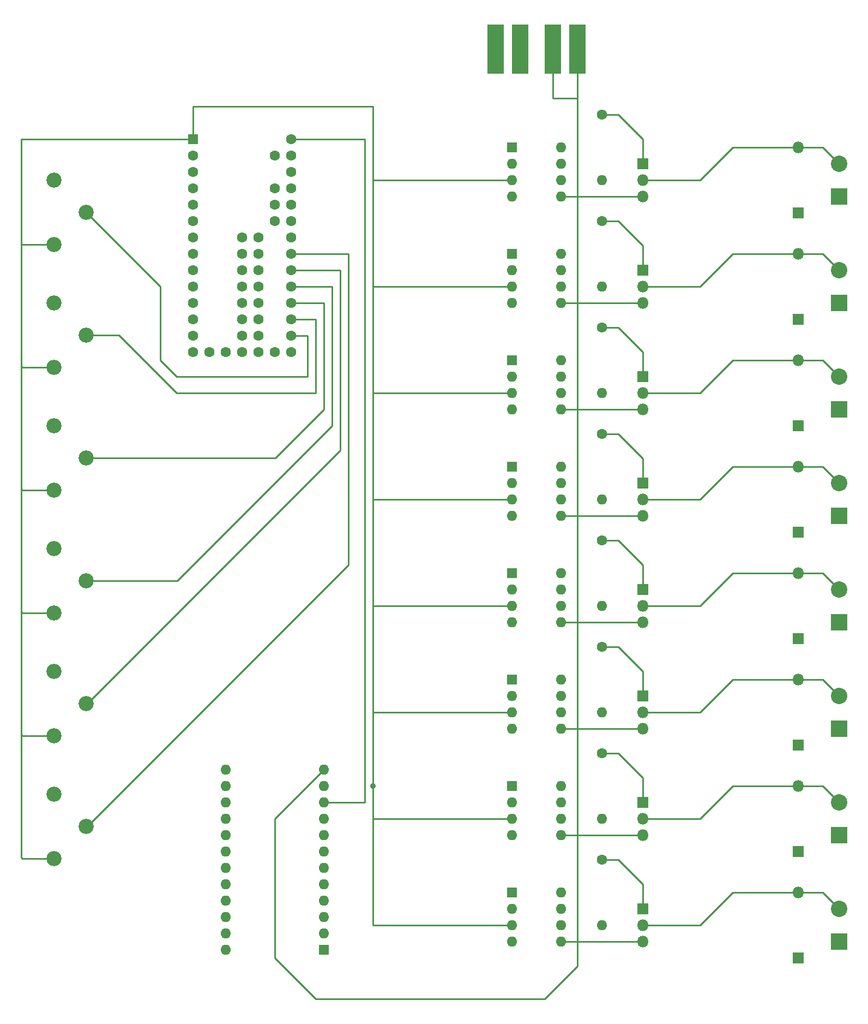
<source format=gbl>
G04 #@! TF.FileFunction,Copper,L2,Bot,Signal*
%FSLAX46Y46*%
G04 Gerber Fmt 4.6, Leading zero omitted, Abs format (unit mm)*
G04 Created by KiCad (PCBNEW (2017-02-01 revision d1f8dbb)-4.0) date Tue Apr 11 00:13:50 2017*
%MOMM*%
%LPD*%
G01*
G04 APERTURE LIST*
%ADD10C,0.150000*%
%ADD11R,1.800000X1.800000*%
%ADD12O,1.800000X1.800000*%
%ADD13R,1.600000X1.600000*%
%ADD14O,1.600000X1.600000*%
%ADD15C,1.600000*%
%ADD16C,2.340000*%
%ADD17R,2.540000X7.620000*%
%ADD18R,2.540000X2.540000*%
%ADD19C,2.540000*%
%ADD20C,0.889000*%
%ADD21C,0.254000*%
G04 APERTURE END LIST*
D10*
D11*
X162560000Y-74930000D03*
D12*
X162560000Y-77470000D03*
X162560000Y-80010000D03*
D11*
X162560000Y-173990000D03*
D12*
X162560000Y-176530000D03*
X162560000Y-179070000D03*
D13*
X113030000Y-196850000D03*
D14*
X97790000Y-168910000D03*
X113030000Y-194310000D03*
X97790000Y-171450000D03*
X113030000Y-191770000D03*
X97790000Y-173990000D03*
X113030000Y-189230000D03*
X97790000Y-176530000D03*
X113030000Y-186690000D03*
X97790000Y-179070000D03*
X113030000Y-184150000D03*
X97790000Y-181610000D03*
X113030000Y-181610000D03*
X97790000Y-184150000D03*
X113030000Y-179070000D03*
X97790000Y-186690000D03*
X113030000Y-176530000D03*
X97790000Y-189230000D03*
X113030000Y-173990000D03*
X97790000Y-191770000D03*
X113030000Y-171450000D03*
X97790000Y-194310000D03*
X113030000Y-168910000D03*
X97790000Y-196850000D03*
D13*
X142240000Y-187960000D03*
D14*
X149860000Y-195580000D03*
X142240000Y-190500000D03*
X149860000Y-193040000D03*
X142240000Y-193040000D03*
X149860000Y-190500000D03*
X142240000Y-195580000D03*
X149860000Y-187960000D03*
D15*
X100330000Y-104140000D03*
X102870000Y-104140000D03*
X105410000Y-104140000D03*
X107950000Y-104140000D03*
X97790000Y-104140000D03*
X95250000Y-104140000D03*
X92710000Y-104140000D03*
X107950000Y-101600000D03*
X107950000Y-99060000D03*
X107950000Y-96520000D03*
X107950000Y-93980000D03*
X107950000Y-91440000D03*
X107950000Y-88900000D03*
X107950000Y-86360000D03*
X107950000Y-83820000D03*
X107950000Y-81280000D03*
X107950000Y-78740000D03*
X107950000Y-76200000D03*
X107950000Y-73660000D03*
X107950000Y-71120000D03*
X105410000Y-73660000D03*
X105410000Y-78740000D03*
X105410000Y-81280000D03*
X105410000Y-83820000D03*
X92710000Y-101600000D03*
X92710000Y-99060000D03*
X92710000Y-96520000D03*
X92710000Y-93980000D03*
X92710000Y-91440000D03*
X92710000Y-88900000D03*
X92710000Y-86360000D03*
X92710000Y-83820000D03*
X92710000Y-81280000D03*
X92710000Y-78740000D03*
X92710000Y-76200000D03*
X92710000Y-73660000D03*
D13*
X92710000Y-71120000D03*
D15*
X100330000Y-86360000D03*
X100330000Y-88900000D03*
X100330000Y-91440000D03*
X100330000Y-93980000D03*
X100330000Y-96520000D03*
X100330000Y-99060000D03*
X100330000Y-101600000D03*
X102870000Y-101600000D03*
X102870000Y-99060000D03*
X102870000Y-96520000D03*
X102870000Y-93980000D03*
X102870000Y-91440000D03*
X102870000Y-88900000D03*
X102870000Y-86360000D03*
D13*
X142240000Y-171450000D03*
D14*
X149860000Y-179070000D03*
X142240000Y-173990000D03*
X149860000Y-176530000D03*
X142240000Y-176530000D03*
X149860000Y-173990000D03*
X142240000Y-179070000D03*
X149860000Y-171450000D03*
D13*
X142240000Y-154940000D03*
D14*
X149860000Y-162560000D03*
X142240000Y-157480000D03*
X149860000Y-160020000D03*
X142240000Y-160020000D03*
X149860000Y-157480000D03*
X142240000Y-162560000D03*
X149860000Y-154940000D03*
D13*
X142240000Y-138430000D03*
D14*
X149860000Y-146050000D03*
X142240000Y-140970000D03*
X149860000Y-143510000D03*
X142240000Y-143510000D03*
X149860000Y-140970000D03*
X142240000Y-146050000D03*
X149860000Y-138430000D03*
D13*
X142240000Y-72390000D03*
D14*
X149860000Y-80010000D03*
X142240000Y-74930000D03*
X149860000Y-77470000D03*
X142240000Y-77470000D03*
X149860000Y-74930000D03*
X142240000Y-80010000D03*
X149860000Y-72390000D03*
D13*
X142240000Y-88900000D03*
D14*
X149860000Y-96520000D03*
X142240000Y-91440000D03*
X149860000Y-93980000D03*
X142240000Y-93980000D03*
X149860000Y-91440000D03*
X142240000Y-96520000D03*
X149860000Y-88900000D03*
D13*
X142240000Y-105410000D03*
D14*
X149860000Y-113030000D03*
X142240000Y-107950000D03*
X149860000Y-110490000D03*
X142240000Y-110490000D03*
X149860000Y-107950000D03*
X142240000Y-113030000D03*
X149860000Y-105410000D03*
D13*
X142240000Y-121920000D03*
D14*
X149860000Y-129540000D03*
X142240000Y-124460000D03*
X149860000Y-127000000D03*
X142240000Y-127000000D03*
X149860000Y-124460000D03*
X142240000Y-129540000D03*
X149860000Y-121920000D03*
D16*
X71120000Y-87470000D03*
X76120000Y-82470000D03*
X71120000Y-77470000D03*
X71120000Y-106520000D03*
X76120000Y-101520000D03*
X71120000Y-96520000D03*
X71120000Y-125570000D03*
X76120000Y-120570000D03*
X71120000Y-115570000D03*
X71120000Y-182720000D03*
X76120000Y-177720000D03*
X71120000Y-172720000D03*
X71120000Y-144620000D03*
X76120000Y-139620000D03*
X71120000Y-134620000D03*
X71120000Y-163670000D03*
X76120000Y-158670000D03*
X71120000Y-153670000D03*
D17*
X152400000Y-57150000D03*
X143510000Y-57150000D03*
X139700000Y-57150000D03*
X148590000Y-57150000D03*
D11*
X186690000Y-198120000D03*
D12*
X186690000Y-187960000D03*
D11*
X186690000Y-181610000D03*
D12*
X186690000Y-171450000D03*
D11*
X186690000Y-165100000D03*
D12*
X186690000Y-154940000D03*
D11*
X186690000Y-148590000D03*
D12*
X186690000Y-138430000D03*
D11*
X186690000Y-82550000D03*
D12*
X186690000Y-72390000D03*
D11*
X186690000Y-99060000D03*
D12*
X186690000Y-88900000D03*
D11*
X186690000Y-115570000D03*
D12*
X186690000Y-105410000D03*
D15*
X156210000Y-182880000D03*
D14*
X156210000Y-193040000D03*
D15*
X156210000Y-166370000D03*
D14*
X156210000Y-176530000D03*
D15*
X156210000Y-149860000D03*
D14*
X156210000Y-160020000D03*
D15*
X156210000Y-100330000D03*
D14*
X156210000Y-110490000D03*
D15*
X156210000Y-116840000D03*
D14*
X156210000Y-127000000D03*
D15*
X156210000Y-133350000D03*
D14*
X156210000Y-143510000D03*
D15*
X156210000Y-67310000D03*
D14*
X156210000Y-77470000D03*
D15*
X156210000Y-83820000D03*
D14*
X156210000Y-93980000D03*
D18*
X193040000Y-195580000D03*
D19*
X193040000Y-190500000D03*
D18*
X193040000Y-179070000D03*
D19*
X193040000Y-173990000D03*
D18*
X193040000Y-162560000D03*
D19*
X193040000Y-157480000D03*
D18*
X193040000Y-146050000D03*
D19*
X193040000Y-140970000D03*
D18*
X193040000Y-80010000D03*
D19*
X193040000Y-74930000D03*
D18*
X193040000Y-96520000D03*
D19*
X193040000Y-91440000D03*
D18*
X193040000Y-113030000D03*
D19*
X193040000Y-107950000D03*
D18*
X193040000Y-129540000D03*
D19*
X193040000Y-124460000D03*
D11*
X186690000Y-132080000D03*
D12*
X186690000Y-121920000D03*
D11*
X162560000Y-190500000D03*
D12*
X162560000Y-193040000D03*
X162560000Y-195580000D03*
D11*
X162560000Y-157480000D03*
D12*
X162560000Y-160020000D03*
X162560000Y-162560000D03*
D11*
X162560000Y-140970000D03*
D12*
X162560000Y-143510000D03*
X162560000Y-146050000D03*
D11*
X162560000Y-91440000D03*
D12*
X162560000Y-93980000D03*
X162560000Y-96520000D03*
D11*
X162560000Y-107950000D03*
D12*
X162560000Y-110490000D03*
X162560000Y-113030000D03*
D11*
X162560000Y-124460000D03*
D12*
X162560000Y-127000000D03*
X162560000Y-129540000D03*
D20*
X120650000Y-171450000D03*
D21*
X162560000Y-96520000D02*
X152400000Y-96520000D01*
X162560000Y-80010000D02*
X152400000Y-80010000D01*
X152400000Y-80010000D02*
X152400000Y-64770000D01*
X152400000Y-96520000D02*
X152400000Y-80010000D01*
X152400000Y-80010000D02*
X149860000Y-80010000D01*
X152400000Y-113030000D02*
X152400000Y-96520000D01*
X152400000Y-96520000D02*
X149860000Y-96520000D01*
X148590000Y-57150000D02*
X148590000Y-64770000D01*
X148590000Y-64770000D02*
X152400000Y-64770000D01*
X152400000Y-64770000D02*
X152400000Y-57150000D01*
X162560000Y-146050000D02*
X152400000Y-146050000D01*
X162560000Y-129540000D02*
X152400000Y-129540000D01*
X162560000Y-113030000D02*
X152400000Y-113030000D01*
X152400000Y-129540000D02*
X152400000Y-113030000D01*
X152400000Y-113030000D02*
X149860000Y-113030000D01*
X152400000Y-146050000D02*
X152400000Y-129540000D01*
X152400000Y-129540000D02*
X149860000Y-129540000D01*
X152400000Y-162560000D02*
X152400000Y-146050000D01*
X152400000Y-146050000D02*
X149860000Y-146050000D01*
X152400000Y-195580000D02*
X152400000Y-199390000D01*
X105410000Y-176530000D02*
X113030000Y-168910000D01*
X105410000Y-198120000D02*
X105410000Y-176530000D01*
X111760000Y-204470000D02*
X105410000Y-198120000D01*
X147320000Y-204470000D02*
X111760000Y-204470000D01*
X152400000Y-199390000D02*
X147320000Y-204470000D01*
X152400000Y-195580000D02*
X152400000Y-179070000D01*
X152400000Y-179070000D02*
X152400000Y-162560000D01*
X162560000Y-162560000D02*
X152400000Y-162560000D01*
X152400000Y-162560000D02*
X149860000Y-162560000D01*
X162560000Y-179070000D02*
X152400000Y-179070000D01*
X152400000Y-179070000D02*
X149860000Y-179070000D01*
X162560000Y-195580000D02*
X158750000Y-195580000D01*
X158750000Y-195580000D02*
X152400000Y-195580000D01*
X149860000Y-195580000D02*
X151130000Y-195580000D01*
X152400000Y-195580000D02*
X151130000Y-195580000D01*
X156210000Y-182880000D02*
X158750000Y-182880000D01*
X162560000Y-186690000D02*
X162560000Y-190500000D01*
X158750000Y-182880000D02*
X162560000Y-186690000D01*
X156210000Y-166370000D02*
X158750000Y-166370000D01*
X162560000Y-170180000D02*
X162560000Y-173990000D01*
X158750000Y-166370000D02*
X162560000Y-170180000D01*
X156210000Y-149860000D02*
X158750000Y-149860000D01*
X162560000Y-153670000D02*
X162560000Y-157480000D01*
X158750000Y-149860000D02*
X162560000Y-153670000D01*
X186690000Y-187960000D02*
X190500000Y-187960000D01*
X190500000Y-187960000D02*
X193040000Y-190500000D01*
X162560000Y-193040000D02*
X171450000Y-193040000D01*
X176530000Y-187960000D02*
X186690000Y-187960000D01*
X171450000Y-193040000D02*
X176530000Y-187960000D01*
X186690000Y-171450000D02*
X190500000Y-171450000D01*
X190500000Y-171450000D02*
X193040000Y-173990000D01*
X162560000Y-176530000D02*
X171450000Y-176530000D01*
X176530000Y-171450000D02*
X186690000Y-171450000D01*
X171450000Y-176530000D02*
X176530000Y-171450000D01*
X186690000Y-154940000D02*
X190500000Y-154940000D01*
X190500000Y-154940000D02*
X193040000Y-157480000D01*
X162560000Y-160020000D02*
X171450000Y-160020000D01*
X176530000Y-154940000D02*
X186690000Y-154940000D01*
X171450000Y-160020000D02*
X176530000Y-154940000D01*
X186690000Y-138430000D02*
X190500000Y-138430000D01*
X190500000Y-138430000D02*
X193040000Y-140970000D01*
X162560000Y-143510000D02*
X171450000Y-143510000D01*
X176530000Y-138430000D02*
X186690000Y-138430000D01*
X171450000Y-143510000D02*
X176530000Y-138430000D01*
X186690000Y-72390000D02*
X190500000Y-72390000D01*
X190500000Y-72390000D02*
X193040000Y-74930000D01*
X162560000Y-77470000D02*
X171450000Y-77470000D01*
X176530000Y-72390000D02*
X186690000Y-72390000D01*
X171450000Y-77470000D02*
X176530000Y-72390000D01*
X186690000Y-88900000D02*
X190500000Y-88900000D01*
X190500000Y-88900000D02*
X193040000Y-91440000D01*
X162560000Y-93980000D02*
X171450000Y-93980000D01*
X176530000Y-88900000D02*
X186690000Y-88900000D01*
X171450000Y-93980000D02*
X176530000Y-88900000D01*
X186690000Y-105410000D02*
X190500000Y-105410000D01*
X190500000Y-105410000D02*
X193040000Y-107950000D01*
X162560000Y-110490000D02*
X171450000Y-110490000D01*
X176530000Y-105410000D02*
X186690000Y-105410000D01*
X171450000Y-110490000D02*
X176530000Y-105410000D01*
X186690000Y-121920000D02*
X190500000Y-121920000D01*
X190500000Y-121920000D02*
X193040000Y-124460000D01*
X162560000Y-127000000D02*
X171450000Y-127000000D01*
X176530000Y-121920000D02*
X186690000Y-121920000D01*
X171450000Y-127000000D02*
X176530000Y-121920000D01*
X156210000Y-133350000D02*
X158750000Y-133350000D01*
X162560000Y-137160000D02*
X162560000Y-140970000D01*
X158750000Y-133350000D02*
X162560000Y-137160000D01*
X156210000Y-67310000D02*
X158750000Y-67310000D01*
X162560000Y-71120000D02*
X162560000Y-74930000D01*
X158750000Y-67310000D02*
X162560000Y-71120000D01*
X156210000Y-83820000D02*
X158750000Y-83820000D01*
X162560000Y-87630000D02*
X162560000Y-91440000D01*
X158750000Y-83820000D02*
X162560000Y-87630000D01*
X156210000Y-100330000D02*
X158750000Y-100330000D01*
X162560000Y-104140000D02*
X162560000Y-107950000D01*
X158750000Y-100330000D02*
X162560000Y-104140000D01*
X156210000Y-116840000D02*
X158750000Y-116840000D01*
X162560000Y-120650000D02*
X162560000Y-124460000D01*
X158750000Y-116840000D02*
X162560000Y-120650000D01*
X142240000Y-143510000D02*
X120650000Y-143510000D01*
X142240000Y-127000000D02*
X120650000Y-127000000D01*
X142240000Y-110490000D02*
X120650000Y-110490000D01*
X142240000Y-93980000D02*
X120650000Y-93980000D01*
X142240000Y-77470000D02*
X120650000Y-77470000D01*
X66040000Y-124460000D02*
X66040000Y-105410000D01*
X66040000Y-142240000D02*
X66040000Y-124460000D01*
X66040000Y-161290000D02*
X66040000Y-142240000D01*
X71120000Y-182720000D02*
X66200000Y-182720000D01*
X66040000Y-182560000D02*
X66040000Y-161290000D01*
X66200000Y-182720000D02*
X66040000Y-182560000D01*
X71120000Y-163670000D02*
X66200000Y-163670000D01*
X66040000Y-163510000D02*
X66040000Y-161290000D01*
X66200000Y-163670000D02*
X66040000Y-163510000D01*
X71120000Y-144620000D02*
X66200000Y-144620000D01*
X66200000Y-144620000D02*
X66040000Y-144460000D01*
X66040000Y-144460000D02*
X66040000Y-142240000D01*
X71120000Y-125570000D02*
X66200000Y-125570000D01*
X66200000Y-125570000D02*
X66040000Y-125410000D01*
X66040000Y-125410000D02*
X66040000Y-124460000D01*
X71120000Y-106520000D02*
X66200000Y-106520000D01*
X66200000Y-106520000D02*
X66040000Y-106360000D01*
X66040000Y-106360000D02*
X66040000Y-105410000D01*
X66040000Y-105410000D02*
X66040000Y-87630000D01*
X71120000Y-87470000D02*
X66040000Y-87470000D01*
X66040000Y-71120000D02*
X66040000Y-87630000D01*
X66040000Y-71120000D02*
X92710000Y-71120000D01*
X66040000Y-87470000D02*
X66040000Y-87630000D01*
X142240000Y-160020000D02*
X120650000Y-160020000D01*
X120650000Y-83820000D02*
X120650000Y-77470000D01*
X120650000Y-77470000D02*
X120650000Y-66040000D01*
X92710000Y-66040000D02*
X92710000Y-71120000D01*
X120650000Y-66040000D02*
X92710000Y-66040000D01*
X142240000Y-176530000D02*
X120650000Y-176530000D01*
X142240000Y-193040000D02*
X120650000Y-193040000D01*
X120650000Y-189230000D02*
X120650000Y-176530000D01*
X120650000Y-176530000D02*
X120650000Y-171450000D01*
X120650000Y-171450000D02*
X120650000Y-171450000D01*
X120650000Y-171450000D02*
X120650000Y-160020000D01*
X120650000Y-160020000D02*
X120650000Y-143510000D01*
X120650000Y-143510000D02*
X120650000Y-138430000D01*
X120650000Y-138430000D02*
X120650000Y-127000000D01*
X120650000Y-127000000D02*
X120650000Y-116840000D01*
X120650000Y-116840000D02*
X120650000Y-113030000D01*
X120650000Y-193040000D02*
X120650000Y-189230000D01*
X120650000Y-96520000D02*
X120650000Y-93980000D01*
X120650000Y-93980000D02*
X120650000Y-83820000D01*
X120650000Y-113030000D02*
X120650000Y-110490000D01*
X120650000Y-110490000D02*
X120650000Y-99060000D01*
X120650000Y-99060000D02*
X120650000Y-96520000D01*
X107950000Y-71120000D02*
X114300000Y-71120000D01*
X119380000Y-71120000D02*
X119380000Y-73660000D01*
X119380000Y-73660000D02*
X119380000Y-173990000D01*
X119380000Y-173990000D02*
X113030000Y-173990000D01*
X114300000Y-71120000D02*
X119380000Y-71120000D01*
X107950000Y-101600000D02*
X110490000Y-101600000D01*
X87630000Y-93980000D02*
X76120000Y-82470000D01*
X87630000Y-105410000D02*
X87630000Y-93980000D01*
X90170000Y-107950000D02*
X87630000Y-105410000D01*
X110490000Y-107950000D02*
X90170000Y-107950000D01*
X110490000Y-101600000D02*
X110490000Y-107950000D01*
X107950000Y-99060000D02*
X111760000Y-99060000D01*
X81200000Y-101520000D02*
X76120000Y-101520000D01*
X90170000Y-110490000D02*
X81200000Y-101520000D01*
X111760000Y-110490000D02*
X90170000Y-110490000D01*
X111760000Y-99060000D02*
X111760000Y-110490000D01*
X107950000Y-96520000D02*
X113030000Y-96520000D01*
X105490000Y-120570000D02*
X76120000Y-120570000D01*
X113030000Y-113030000D02*
X105490000Y-120570000D01*
X113030000Y-96520000D02*
X113030000Y-113030000D01*
X107950000Y-93980000D02*
X114300000Y-93980000D01*
X90250000Y-139620000D02*
X76120000Y-139620000D01*
X114300000Y-115570000D02*
X90250000Y-139620000D01*
X114300000Y-93980000D02*
X114300000Y-115570000D01*
X107950000Y-91440000D02*
X115570000Y-91440000D01*
X115570000Y-119380000D02*
X76280000Y-158670000D01*
X115570000Y-116840000D02*
X115570000Y-119380000D01*
X115570000Y-91440000D02*
X115570000Y-116840000D01*
X76280000Y-158670000D02*
X76120000Y-158670000D01*
X76120000Y-177720000D02*
X76280000Y-177720000D01*
X76280000Y-177720000D02*
X116840000Y-137160000D01*
X116840000Y-137160000D02*
X116840000Y-88900000D01*
X116840000Y-88900000D02*
X107950000Y-88900000D01*
M02*

</source>
